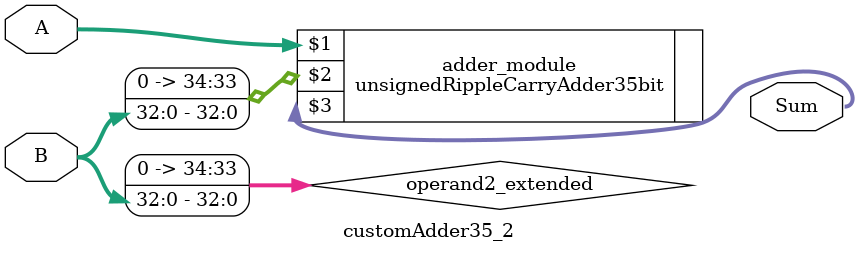
<source format=v>
module customAdder35_2(
                        input [34 : 0] A,
                        input [32 : 0] B,
                        
                        output [35 : 0] Sum
                );

        wire [34 : 0] operand2_extended;
        
        assign operand2_extended =  {2'b0, B};
        
        unsignedRippleCarryAdder35bit adder_module(
            A,
            operand2_extended,
            Sum
        );
        
        endmodule
        
</source>
